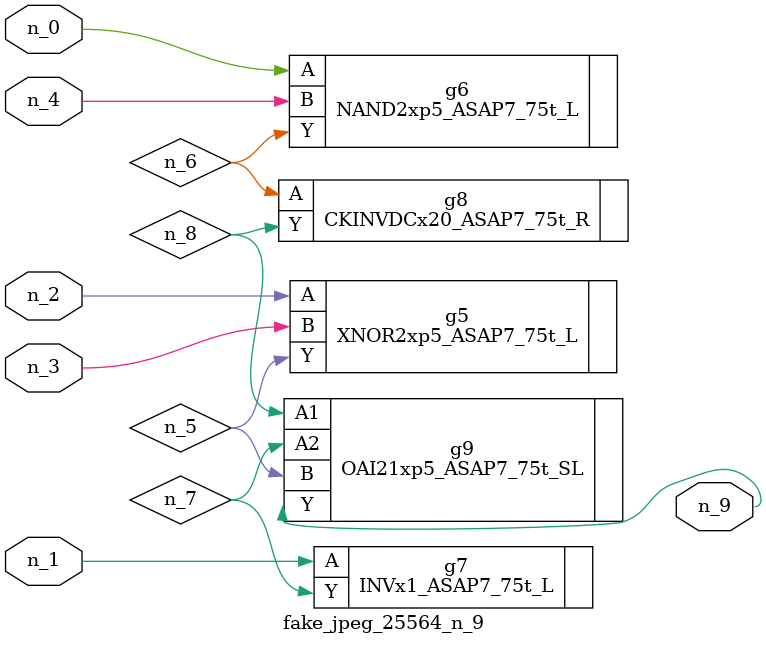
<source format=v>
module fake_jpeg_25564_n_9 (n_3, n_2, n_1, n_0, n_4, n_9);

input n_3;
input n_2;
input n_1;
input n_0;
input n_4;

output n_9;

wire n_8;
wire n_6;
wire n_5;
wire n_7;

XNOR2xp5_ASAP7_75t_L g5 ( 
.A(n_2),
.B(n_3),
.Y(n_5)
);

NAND2xp5_ASAP7_75t_L g6 ( 
.A(n_0),
.B(n_4),
.Y(n_6)
);

INVx1_ASAP7_75t_L g7 ( 
.A(n_1),
.Y(n_7)
);

CKINVDCx20_ASAP7_75t_R g8 ( 
.A(n_6),
.Y(n_8)
);

OAI21xp5_ASAP7_75t_SL g9 ( 
.A1(n_8),
.A2(n_7),
.B(n_5),
.Y(n_9)
);


endmodule
</source>
